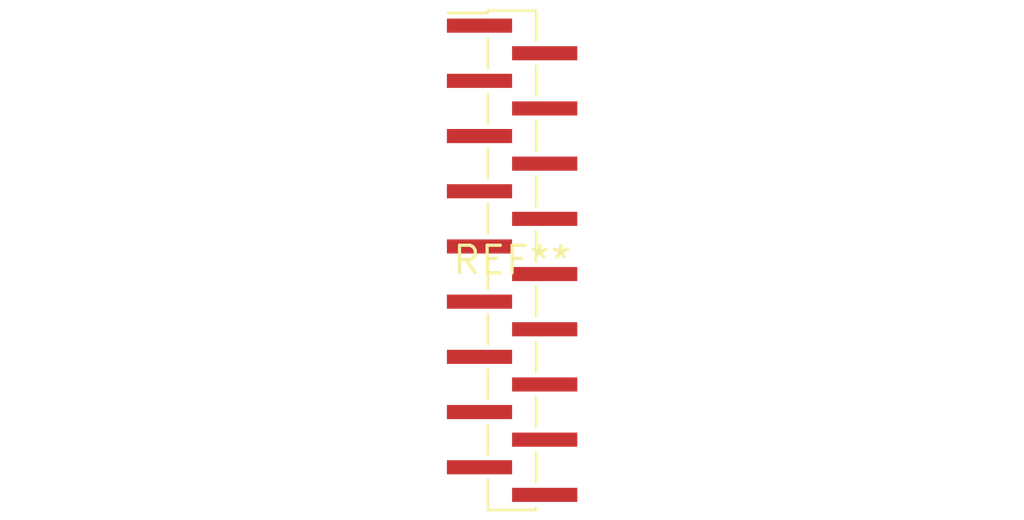
<source format=kicad_pcb>
(kicad_pcb (version 20240108) (generator pcbnew)
  (layers (0 "F.Cu" signal) (31 "B.Cu" signal) (34 "B.Paste" user) (35 "F.Paste" user) (36 "B.SilkS" user "B.Silkscreen") (37 "F.SilkS" user "F.Silkscreen") (38 "B.Mask" user) (39 "F.Mask" user) (44 "Edge.Cuts" user))
  (net 0 "")
  (footprint "PinHeader_1x18_P1.27mm_Vertical_SMD_Pin1Left" (layer "F.Cu") (at 0 0)
    (property "Reference" "REF**")
    (property "Value" "PinHeader_1x18_P1.27mm_Vertical_SMD_Pin1Left")
    (fp_line (start -1.11 -11.49) (end -1.11 -11.38) (layer "F.SilkS") (stroke (width 0.12)))
    (fp_line (start -1.11 -11.49) (end 1.11 -11.49) (layer "F.SilkS") (stroke (width 0.12)))
    (fp_line (start -1.11 -11.38) (end -2.94 -11.38) (layer "F.SilkS") (stroke (width 0.12)))
    (fp_line (start -1.11 -10.21) (end -1.11 -8.84) (layer "F.SilkS") (stroke (width 0.12)))
    (fp_line (start -1.11 -7.67) (end -1.11 -6.3) (layer "F.SilkS") (stroke (width 0.12)))
    (fp_line (start -1.11 -5.13) (end -1.11 -3.76) (layer "F.SilkS") (stroke (width 0.12)))
    (fp_line (start -1.11 -2.59) (end -1.11 -1.22) (layer "F.SilkS") (stroke (width 0.12)))
    (fp_line (start -1.11 -0.05) (end -1.11 1.32) (layer "F.SilkS") (stroke (width 0.12)))
    (fp_line (start -1.11 2.49) (end -1.11 3.86) (layer "F.SilkS") (stroke (width 0.12)))
    (fp_line (start -1.11 5.03) (end -1.11 6.4) (layer "F.SilkS") (stroke (width 0.12)))
    (fp_line (start -1.11 7.57) (end -1.11 8.94) (layer "F.SilkS") (stroke (width 0.12)))
    (fp_line (start -1.11 10.11) (end -1.11 11.48) (layer "F.SilkS") (stroke (width 0.12)))
    (fp_line (start -1.11 11.49) (end 1.11 11.49) (layer "F.SilkS") (stroke (width 0.12)))
    (fp_line (start 1.11 -11.48) (end 1.11 -10.11) (layer "F.SilkS") (stroke (width 0.12)))
    (fp_line (start 1.11 -8.94) (end 1.11 -7.57) (layer "F.SilkS") (stroke (width 0.12)))
    (fp_line (start 1.11 -6.4) (end 1.11 -5.03) (layer "F.SilkS") (stroke (width 0.12)))
    (fp_line (start 1.11 -3.86) (end 1.11 -2.49) (layer "F.SilkS") (stroke (width 0.12)))
    (fp_line (start 1.11 -1.32) (end 1.11 0.05) (layer "F.SilkS") (stroke (width 0.12)))
    (fp_line (start 1.11 1.22) (end 1.11 2.59) (layer "F.SilkS") (stroke (width 0.12)))
    (fp_line (start 1.11 3.76) (end 1.11 5.13) (layer "F.SilkS") (stroke (width 0.12)))
    (fp_line (start 1.11 6.3) (end 1.11 7.67) (layer "F.SilkS") (stroke (width 0.12)))
    (fp_line (start 1.11 8.84) (end 1.11 10.21) (layer "F.SilkS") (stroke (width 0.12)))
    (fp_line (start 1.11 11.38) (end 1.11 11.49) (layer "F.SilkS") (stroke (width 0.12)))
    (pad "1" smd rect (at -1.5 -10.795) (size 3 0.65) (layers "F.Cu" "F.Paste" "F.Mask"))
    (pad "2" smd rect (at 1.5 -9.525) (size 3 0.65) (layers "F.Cu" "F.Paste" "F.Mask"))
    (pad "3" smd rect (at -1.5 -8.255) (size 3 0.65) (layers "F.Cu" "F.Paste" "F.Mask"))
    (pad "4" smd rect (at 1.5 -6.985) (size 3 0.65) (layers "F.Cu" "F.Paste" "F.Mask"))
    (pad "5" smd rect (at -1.5 -5.715) (size 3 0.65) (layers "F.Cu" "F.Paste" "F.Mask"))
    (pad "6" smd rect (at 1.5 -4.445) (size 3 0.65) (layers "F.Cu" "F.Paste" "F.Mask"))
    (pad "7" smd rect (at -1.5 -3.175) (size 3 0.65) (layers "F.Cu" "F.Paste" "F.Mask"))
    (pad "8" smd rect (at 1.5 -1.905) (size 3 0.65) (layers "F.Cu" "F.Paste" "F.Mask"))
    (pad "9" smd rect (at -1.5 -0.635) (size 3 0.65) (layers "F.Cu" "F.Paste" "F.Mask"))
    (pad "10" smd rect (at 1.5 0.635) (size 3 0.65) (layers "F.Cu" "F.Paste" "F.Mask"))
    (pad "11" smd rect (at -1.5 1.905) (size 3 0.65) (layers "F.Cu" "F.Paste" "F.Mask"))
    (pad "12" smd rect (at 1.5 3.175) (size 3 0.65) (layers "F.Cu" "F.Paste" "F.Mask"))
    (pad "13" smd rect (at -1.5 4.445) (size 3 0.65) (layers "F.Cu" "F.Paste" "F.Mask"))
    (pad "14" smd rect (at 1.5 5.715) (size 3 0.65) (layers "F.Cu" "F.Paste" "F.Mask"))
    (pad "15" smd rect (at -1.5 6.985) (size 3 0.65) (layers "F.Cu" "F.Paste" "F.Mask"))
    (pad "16" smd rect (at 1.5 8.255) (size 3 0.65) (layers "F.Cu" "F.Paste" "F.Mask"))
    (pad "17" smd rect (at -1.5 9.525) (size 3 0.65) (layers "F.Cu" "F.Paste" "F.Mask"))
    (pad "18" smd rect (at 1.5 10.795) (size 3 0.65) (layers "F.Cu" "F.Paste" "F.Mask"))
  )
)
</source>
